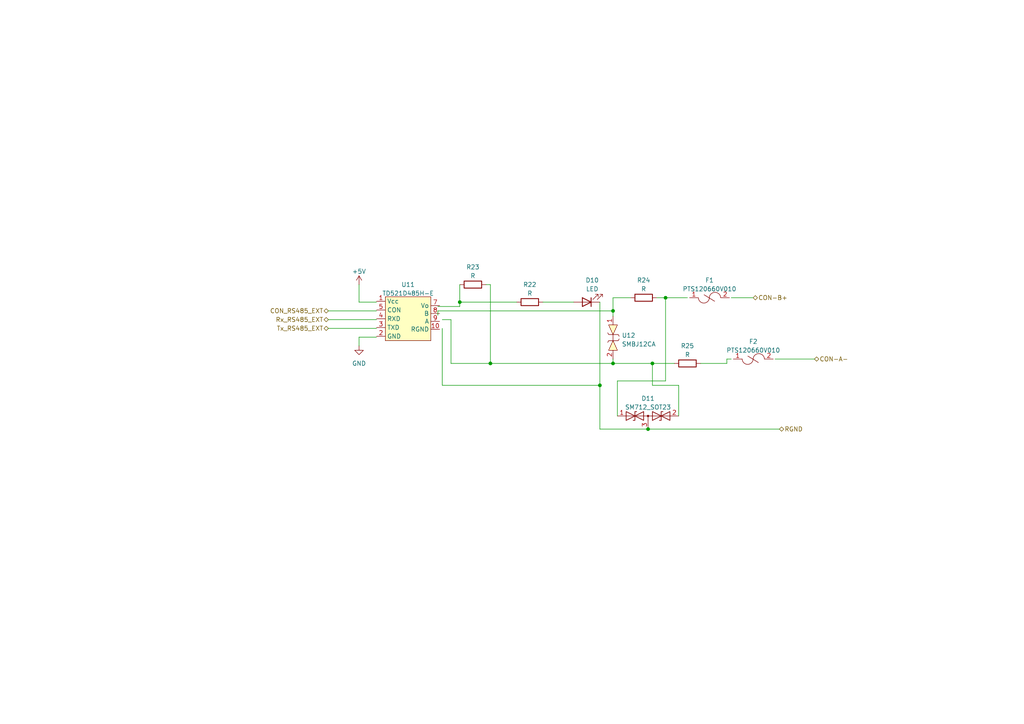
<source format=kicad_sch>
(kicad_sch (version 20230121) (generator eeschema)
  (paper "A4")
  (lib_symbols
    (symbol "Device:LED" (pin_numbers hide) (pin_names (offset 1.016) hide)
      (property "Reference" "D" (at 0 2.54 0))
      (property "Value" "LED" (at 0 -2.54 0))
      (symbol "LED_0_1"
        (polyline (pts (xy -1.27 -1.27) (xy -1.27 1.27)) (stroke (width 0.254)))
        (polyline (pts (xy -1.27 0) (xy 1.27 0)))
        (polyline (pts (xy 1.27 -1.27) (xy 1.27 1.27) (xy -1.27 0) (xy 1.27 -1.27)) (stroke (width 0.254)))
        (polyline (pts (xy -3.048 -0.762) (xy -4.572 -2.286) (xy -3.81 -2.286) (xy -4.572 -2.286) (xy -4.572 -1.524)))
        (polyline (pts (xy -1.778 -0.762) (xy -3.302 -2.286) (xy -2.54 -2.286) (xy -3.302 -2.286) (xy -3.302 -1.524)))
      )
      (symbol "LED_1_1"
        (pin passive line (at -3.81 0 0) (length 2.54) (name "K") (number "1"))
        (pin passive line (at 3.81 0 180) (length 2.54) (name "A") (number "2"))
      )
    )
    (symbol "Device:R" (pin_numbers hide) (pin_names (offset 0))
      (property "Reference" "R" (at 2.032 0 90))
      (property "Value" "R" (at 0 0 90))
      (symbol "R_0_1"
        (rectangle (start -1.016 -2.54) (end 1.016 2.54) (stroke (width 0.254)))
      )
      (symbol "R_1_1"
        (pin passive line (at 0 3.81 270) (length 1.27) (name "~") (number "1"))
        (pin passive line (at 0 -3.81 90) (length 1.27) (name "~") (number "2"))
      )
    )
    (symbol "Diode:SM712_SOT23" (pin_names (offset 1.016) hide)
      (property "Reference" "D" (at 0 4.445 0))
      (property "Value" "SM712_SOT23" (at 0 2.54 0))
      (symbol "SM712_SOT23_0_0"
        (polyline (pts (xy 0 -1.27) (xy 0 0)))
      )
      (symbol "SM712_SOT23_0_1"
        (polyline (pts (xy -6.35 0) (xy 6.35 0)))
        (polyline (pts (xy -3.302 1.27) (xy -3.81 1.27) (xy -3.81 -1.27) (xy -4.318 -1.27)) (stroke (width 0.2032)))
        (polyline (pts (xy 4.318 1.27) (xy 3.81 1.27) (xy 3.81 -1.27) (xy 3.302 -1.27)) (stroke (width 0.2032)))
        (polyline (pts (xy -6.35 -1.27) (xy -1.27 1.27) (xy -1.27 -1.27) (xy -6.35 1.27) (xy -6.35 -1.27)) (stroke (width 0.2032)))
        (polyline (pts (xy 1.27 -1.27) (xy 1.27 1.27) (xy 6.35 -1.27) (xy 6.35 1.27) (xy 1.27 -1.27)) (stroke (width 0.2032)))
        (circle (center 0 0) (radius 0.254) (fill (type outline)))
      )
      (symbol "SM712_SOT23_1_1"
        (pin passive line (at -8.89 0 0) (length 2.54) (name "A1") (number "1"))
        (pin passive line (at 8.89 0 180) (length 2.54) (name "A2") (number "2"))
        (pin input line (at 0 -3.81 90) (length 2.54) (name "common") (number "3"))
      )
    )
    (symbol "nuevo simbolos:PTS120660V010"
      (property "Reference" "F" (at 0 -2.54 0))
      (property "Value" "PTS120660V010" (at 0 -4.064 0))
      (symbol "PTS120660V010_0_1"
        (arc (start -3.1877 0) (mid -1.5689 -1.5407) (end 0 0.0508))
        (polyline (pts (xy -1.524 0.8636) (xy 1.524 -1.016)))
        (arc (start 3.2766 0) (mid 1.6623 1.5705) (end 0 0.0508))
      )
      (symbol "PTS120660V010_1_1"
        (pin input line (at -5.7404 0 0) (length 2.54) (name "") (number "1"))
        (pin output line (at 5.842 0 180) (length 2.54) (name "") (number "2"))
      )
    )
    (symbol "nuevo simbolos:SMBJ12CA"
      (property "Reference" "U" (at 6.858 5.588 0))
      (property "Value" "SMBJ12CA" (at 6.858 4.064 0))
      (symbol "SMBJ12CA_0_1"
        (polyline (pts (xy 0 7.366) (xy 0 5.588)))
        (polyline (pts (xy -1.524 5.08) (xy -1.27 5.588) (xy 1.524 5.588) (xy 1.778 6.096)))
        (polyline (pts (xy -1.524 7.874) (xy -1.27 7.366) (xy 1.524 7.366) (xy 1.778 6.858)))
        (polyline (pts (xy 0 5.588) (xy -1.27 2.794) (xy 1.27 2.794) (xy 0 5.588)) (fill (type background)))
        (polyline (pts (xy 0 7.366) (xy -1.27 10.16) (xy 1.27 10.16) (xy 0 7.366)) (fill (type background)))
      )
      (symbol "SMBJ12CA_1_1"
        (pin bidirectional line (at 0 12.7 270) (length 2.54) (name "") (number "1"))
        (pin bidirectional line (at 0 0.254 90) (length 2.54) (name "") (number "2"))
      )
    )
    (symbol "nuevo simbolos:TD521D485H-E"
      (property "Reference" "U" (at 0 0 0))
      (property "Value" "TD521D485H-E" (at 0.254 -1.524 0))
      (symbol "TD521D485H-E_0_1"
        (rectangle (start -6.35 14.224) (end 6.858 1.524) (fill (type background)))
      )
      (symbol "TD521D485H-E_1_1"
        (pin input line (at -8.89 12.954 0) (length 2.54) (name "Vcc") (number "1"))
        (pin output line (at 9.398 4.826 180) (length 2.54) (name "RGND") (number "10"))
        (pin output line (at -8.89 2.794 0) (length 2.54) (name "GND") (number "2"))
        (pin bidirectional line (at -8.89 5.334 0) (length 2.54) (name "TXD") (number "3"))
        (pin bidirectional line (at -8.89 7.874 0) (length 2.54) (name "RXD") (number "4"))
        (pin bidirectional line (at -8.89 10.414 0) (length 2.54) (name "CON") (number "5"))
        (pin output line (at 9.398 11.684 180) (length 2.54) (name "Vo") (number "7"))
        (pin bidirectional line (at 9.398 9.398 180) (length 2.54) (name "B") (number "8"))
        (pin bidirectional line (at 9.398 7.112 180) (length 2.54) (name "A") (number "9"))
      )
    )
    (symbol "power:+5V" (power) (pin_names (offset 0))
      (property "Value" "+5V" (at 0 3.556 0))
      (symbol "+5V_0_1"
        (polyline (pts (xy -0.762 1.27) (xy 0 2.54)))
        (polyline (pts (xy 0 0) (xy 0 2.54)))
        (polyline (pts (xy 0 2.54) (xy 0.762 1.27)))
      )
      (symbol "+5V_1_1"
        (pin power_in line (at 0 0 90) (length 0) hide (name "+5V") (number "1"))
      )
    )
    (symbol "power:GND" (power) (pin_names (offset 0))
      (property "Value" "GND" (at 0 -3.81 0))
      (symbol "GND_0_1"
        (polyline (pts (xy 0 0) (xy 0 -1.27) (xy 1.27 -1.27) (xy 0 -2.54) (xy -1.27 -1.27) (xy 0 -1.27)))
      )
      (symbol "GND_1_1"
        (pin power_in line (at 0 0 270) (length 0) hide (name "GND") (number "1"))
      )
    )
  )
  (junction (at 173.99 111.76))
  (junction (at 142.24 105.41))
  (junction (at 133.35 87.63))
  (junction (at 193.04 86.36))
  (junction (at 189.23 105.41))
  (junction (at 177.8 105.41))
  (junction (at 177.8 90.17))
  (junction (at 187.96 124.46))
  (wire (pts (xy 224.79 104.14) (xy 236.22 104.14)))
  (wire (pts (xy 189.23 111.76) (xy 189.23 105.41)))
  (wire (pts (xy 127 90.17) (xy 177.8 90.17)))
  (wire (pts (xy 95.25 90.17) (xy 109.22 90.17)))
  (wire (pts (xy 177.8 90.17) (xy 177.8 91.694)))
  (wire (pts (xy 193.04 110.49) (xy 193.04 86.36)))
  (wire (pts (xy 127 88.9) (xy 133.35 88.9)))
  (wire (pts (xy 190.5 86.36) (xy 193.04 86.36)))
  (wire (pts (xy 128.27 95.25) (xy 128.27 111.76)))
  (wire (pts (xy 109.22 97.79) (xy 104.14 97.79)))
  (wire (pts (xy 133.35 82.55) (xy 133.35 87.63)))
  (wire (pts (xy 157.48 87.63) (xy 166.37 87.63)))
  (wire (pts (xy 179.07 110.49) (xy 193.04 110.49)))
  (wire (pts (xy 95.25 95.25) (xy 109.22 95.25)))
  (wire (pts (xy 127 90.17) (xy 127 91.44)))
  (wire (pts (xy 189.23 105.41) (xy 195.58 105.41)))
  (wire (pts (xy 109.22 87.63) (xy 104.14 87.63)))
  (wire (pts (xy 212.09 86.36) (xy 218.44 86.36)))
  (wire (pts (xy 187.96 124.46) (xy 226.06 124.46)))
  (wire (pts (xy 128.27 111.76) (xy 173.99 111.76)))
  (wire (pts (xy 140.97 82.55) (xy 142.24 82.55)))
  (wire (pts (xy 196.85 111.76) (xy 189.23 111.76)))
  (wire (pts (xy 177.8 86.36) (xy 182.88 86.36)))
  (wire (pts (xy 133.35 87.63) (xy 133.35 88.9)))
  (wire (pts (xy 142.24 105.41) (xy 177.8 105.41)))
  (wire (pts (xy 193.04 86.36) (xy 199.39 86.36)))
  (wire (pts (xy 196.85 120.65) (xy 196.85 111.76)))
  (wire (pts (xy 210.82 104.14) (xy 212.09 104.14)))
  (wire (pts (xy 177.8 104.14) (xy 177.8 105.41)))
  (wire (pts (xy 133.35 87.63) (xy 149.86 87.63)))
  (wire (pts (xy 104.14 87.63) (xy 104.14 82.55)))
  (wire (pts (xy 130.81 105.41) (xy 142.24 105.41)))
  (wire (pts (xy 95.25 92.71) (xy 109.22 92.71)))
  (wire (pts (xy 177.8 105.41) (xy 189.23 105.41)))
  (wire (pts (xy 203.2 105.41) (xy 210.82 105.41)))
  (wire (pts (xy 179.07 120.65) (xy 179.07 110.49)))
  (wire (pts (xy 104.14 97.79) (xy 104.14 100.33)))
  (wire (pts (xy 128.27 92.71) (xy 130.81 92.71)))
  (wire (pts (xy 173.99 87.63) (xy 173.99 111.76)))
  (wire (pts (xy 173.99 124.46) (xy 173.99 111.76)))
  (wire (pts (xy 177.8 86.36) (xy 177.8 90.17)))
  (wire (pts (xy 210.82 105.41) (xy 210.82 104.14)))
  (wire (pts (xy 173.99 124.46) (xy 187.96 124.46)))
  (wire (pts (xy 130.81 105.41) (xy 130.81 92.71)))
  (wire (pts (xy 142.24 82.55) (xy 142.24 105.41)))
  (hierarchical_label "CON-B+" (shape bidirectional) (at 218.44 86.36 0))
  (hierarchical_label "RGND" (shape bidirectional) (at 226.06 124.46 0))
  (hierarchical_label "Rx_RS485_EXT" (shape bidirectional) (at 95.25 92.71 180))
  (hierarchical_label "CON-A-" (shape bidirectional) (at 236.22 104.14 0))
  (hierarchical_label "CON_RS485_EXT" (shape bidirectional) (at 95.25 90.17 180))
  (hierarchical_label "Tx_RS485_EXT" (shape bidirectional) (at 95.25 95.25 180))
  (symbol (lib_id "Device:R") (at 153.67 87.63 90) (unit 1)
    (property "Reference" "R22" (at 153.67 82.55 90))
    (property "Value" "R" (at 153.67 85.09 90))
  )
  (symbol (lib_id "Device:R") (at 137.16 82.55 90) (unit 1)
    (property "Reference" "R23" (at 137.16 77.47 90))
    (property "Value" "R" (at 137.16 80.01 90))
  )
  (symbol (lib_id "power:GND") (at 104.14 100.33 0) (unit 1)
    (property "Reference" "#PWR031" (effects hide))
    (property "Value" "GND" (at 104.14 105.41 0))
  )
  (symbol (lib_id "nuevo simbolos:TD521D485H-E") (at 118.11 100.33 0) (unit 1)
    (property "Reference" "U11" (at 118.364 82.55 0))
    (property "Value" "TD521D485H-E" (at 118.364 85.09 0))
    (property "Footprint" "nuevo simbolo:TD521D485H-E" (effects hide))
    (property "Datasheet" "https://www.digchip.com/datasheets/parts/datasheet/2/1007/TD521D485H-E-pdf.php" (effects hide))
  )
  (symbol (lib_id "power:+5V") (at 104.14 82.55 0) (unit 1)
    (property "Reference" "#PWR030" (effects hide))
    (property "Value" "+5V" (at 104.14 78.74 0))
  )
  (symbol (lib_id "nuevo simbolos:PTS120660V010") (at 218.44 104.14 0) (unit 1)
    (property "Reference" "F2" (at 218.4908 99.06 0))
    (property "Value" "PTS120660V010" (at 218.4908 101.6 0))
    (property "Footprint" "Nueva carpeta:RESC3115X65N" (effects hide))
    (property "Datasheet" "https://www.mouser.com/datasheet/2/87/eaton_pts1206_6_60_volt_dc_surface_mount_resettabl-1608737.pdf" (effects hide))
  )
  (symbol (lib_id "Device:LED") (at 170.18 87.63 180) (unit 1)
    (property "Reference" "D10" (at 171.7675 81.28 0))
    (property "Value" "LED" (at 171.7675 83.82 0))
  )
  (symbol (lib_id "Device:R") (at 199.39 105.41 90) (unit 1)
    (property "Reference" "R25" (at 199.39 100.33 90))
    (property "Value" "R" (at 199.39 102.87 90))
  )
  (symbol (lib_id "Diode:SM712_SOT23") (at 187.96 120.65 0) (unit 1)
    (property "Reference" "D11" (at 187.96 115.57 0))
    (property "Value" "SM712_SOT23" (at 187.96 118.11 0))
    (property "Footprint" "Package_TO_SOT_SMD:SOT-23" (effects hide))
    (property "Datasheet" "https://www.littelfuse.com/~/media/electronics/datasheets/tvs_diode_arrays/littelfuse_tvs_diode_array_sm712_datasheet.pdf.pdf" (effects hide))
  )
  (symbol (lib_id "nuevo simbolos:SMBJ12CA") (at 177.8 104.394 0) (unit 1)
    (property "Reference" "U12" (at 180.34 97.282 0) (effects (justify left)))
    (property "Value" "SMBJ12CA" (at 180.34 99.822 0) (effects (justify left)))
    (property "Footprint" "nuevo simbolo:SMBJ12CA" (effects hide))
    (property "Datasheet" "https://pdf1.alldatasheet.com/datasheet-pdf/view/568474/SOCAY/SMBJ12CA.html" (effects hide))
  )
  (symbol (lib_id "nuevo simbolos:PTS120660V010") (at 205.74 86.36 0) (unit 1)
    (property "Reference" "F1" (at 205.7908 81.28 0))
    (property "Value" "PTS120660V010" (at 205.7908 83.82 0))
    (property "Footprint" "Nueva carpeta:RESC3115X65N" (effects hide))
    (property "Datasheet" "https://www.mouser.com/datasheet/2/87/eaton_pts1206_6_60_volt_dc_surface_mount_resettabl-1608737.pdf" (effects hide))
  )
  (symbol (lib_id "Device:R") (at 186.69 86.36 90) (unit 1)
    (property "Reference" "R24" (at 186.69 81.28 90))
    (property "Value" "R" (at 186.69 83.82 90))
  )
)
</source>
